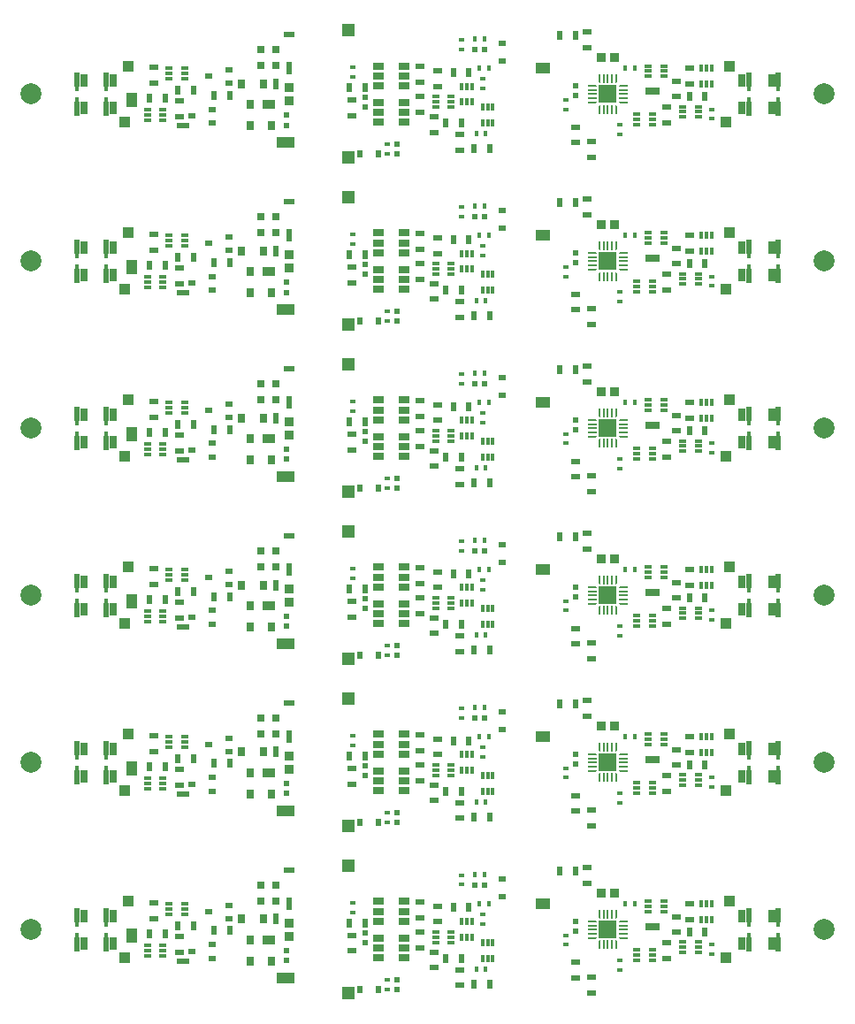
<source format=gts>
G04 #@! TF.GenerationSoftware,KiCad,Pcbnew,7.0.11*
G04 #@! TF.CreationDate,2024-06-06T00:44:59+09:00*
G04 #@! TF.ProjectId,motordecoder2-K3057,6d6f746f-7264-4656-936f-646572322d4b,rev?*
G04 #@! TF.SameCoordinates,Original*
G04 #@! TF.FileFunction,Soldermask,Top*
G04 #@! TF.FilePolarity,Negative*
%FSLAX46Y46*%
G04 Gerber Fmt 4.6, Leading zero omitted, Abs format (unit mm)*
G04 Created by KiCad (PCBNEW 7.0.11) date 2024-06-06 00:44:59*
%MOMM*%
%LPD*%
G01*
G04 APERTURE LIST*
G04 Aperture macros list*
%AMRoundRect*
0 Rectangle with rounded corners*
0 $1 Rounding radius*
0 $2 $3 $4 $5 $6 $7 $8 $9 X,Y pos of 4 corners*
0 Add a 4 corners polygon primitive as box body*
4,1,4,$2,$3,$4,$5,$6,$7,$8,$9,$2,$3,0*
0 Add four circle primitives for the rounded corners*
1,1,$1+$1,$2,$3*
1,1,$1+$1,$4,$5*
1,1,$1+$1,$6,$7*
1,1,$1+$1,$8,$9*
0 Add four rect primitives between the rounded corners*
20,1,$1+$1,$2,$3,$4,$5,0*
20,1,$1+$1,$4,$5,$6,$7,0*
20,1,$1+$1,$6,$7,$8,$9,0*
20,1,$1+$1,$8,$9,$2,$3,0*%
%AMFreePoly0*
4,1,14,0.334644,0.085355,0.385355,0.034644,0.400000,-0.000711,0.400000,-0.050000,0.385355,-0.085355,0.350000,-0.100000,-0.350000,-0.100000,-0.385355,-0.085355,-0.400000,-0.050000,-0.400000,0.050000,-0.385355,0.085355,-0.350000,0.100000,0.299289,0.100000,0.334644,0.085355,0.334644,0.085355,$1*%
%AMFreePoly1*
4,1,14,0.385355,0.085355,0.400000,0.050000,0.400000,0.000711,0.385355,-0.034644,0.334644,-0.085355,0.299289,-0.100000,-0.350000,-0.100000,-0.385355,-0.085355,-0.400000,-0.050000,-0.400000,0.050000,-0.385355,0.085355,-0.350000,0.100000,0.350000,0.100000,0.385355,0.085355,0.385355,0.085355,$1*%
%AMFreePoly2*
4,1,14,0.085355,0.385355,0.100000,0.350000,0.100000,-0.350000,0.085355,-0.385355,0.050000,-0.400000,-0.050000,-0.400000,-0.085355,-0.385355,-0.100000,-0.350000,-0.100000,0.299289,-0.085355,0.334644,-0.034644,0.385355,0.000711,0.400000,0.050000,0.400000,0.085355,0.385355,0.085355,0.385355,$1*%
%AMFreePoly3*
4,1,14,0.034644,0.385355,0.085355,0.334644,0.100000,0.299289,0.100000,-0.350000,0.085355,-0.385355,0.050000,-0.400000,-0.050000,-0.400000,-0.085355,-0.385355,-0.100000,-0.350000,-0.100000,0.350000,-0.085355,0.385355,-0.050000,0.400000,-0.000711,0.400000,0.034644,0.385355,0.034644,0.385355,$1*%
%AMFreePoly4*
4,1,14,0.385355,0.085355,0.400000,0.050000,0.400000,-0.050000,0.385355,-0.085355,0.350000,-0.100000,-0.299289,-0.100000,-0.334644,-0.085355,-0.385355,-0.034644,-0.400000,0.000711,-0.400000,0.050000,-0.385355,0.085355,-0.350000,0.100000,0.350000,0.100000,0.385355,0.085355,0.385355,0.085355,$1*%
%AMFreePoly5*
4,1,14,0.385355,0.085355,0.400000,0.050000,0.400000,-0.050000,0.385355,-0.085355,0.350000,-0.100000,-0.350000,-0.100000,-0.385355,-0.085355,-0.400000,-0.050000,-0.400000,-0.000711,-0.385355,0.034644,-0.334644,0.085355,-0.299289,0.100000,0.350000,0.100000,0.385355,0.085355,0.385355,0.085355,$1*%
%AMFreePoly6*
4,1,14,0.085355,0.385355,0.100000,0.350000,0.100000,-0.299289,0.085355,-0.334644,0.034644,-0.385355,-0.000711,-0.400000,-0.050000,-0.400000,-0.085355,-0.385355,-0.100000,-0.350000,-0.100000,0.350000,-0.085355,0.385355,-0.050000,0.400000,0.050000,0.400000,0.085355,0.385355,0.085355,0.385355,$1*%
%AMFreePoly7*
4,1,14,0.085355,0.385355,0.100000,0.350000,0.100000,-0.350000,0.085355,-0.385355,0.050000,-0.400000,0.000711,-0.400000,-0.034644,-0.385355,-0.085355,-0.334644,-0.100000,-0.299289,-0.100000,0.350000,-0.085355,0.385355,-0.050000,0.400000,0.050000,0.400000,0.085355,0.385355,0.085355,0.385355,$1*%
G04 Aperture macros list end*
%ADD10C,0.100000*%
%ADD11R,0.500000X0.550000*%
%ADD12R,0.800000X0.800000*%
%ADD13R,0.550000X0.500000*%
%ADD14R,1.200000X0.900000*%
%ADD15R,0.800000X0.900000*%
%ADD16R,1.000000X1.000000*%
%ADD17R,1.800000X1.000000*%
%ADD18R,0.600000X1.000000*%
%ADD19R,0.950000X0.950000*%
%ADD20R,1.000000X0.600000*%
%ADD21R,0.500000X1.200000*%
%ADD22R,1.000000X0.700000*%
%ADD23R,0.300000X0.700000*%
%ADD24R,0.700000X0.300000*%
%ADD25R,0.900000X0.500000*%
%ADD26R,0.500000X0.900000*%
%ADD27R,0.600000X0.400000*%
%ADD28R,0.400000X0.600000*%
%ADD29FreePoly0,0.000000*%
%ADD30RoundRect,0.050000X-0.350000X-0.050000X0.350000X-0.050000X0.350000X0.050000X-0.350000X0.050000X0*%
%ADD31FreePoly1,0.000000*%
%ADD32FreePoly2,0.000000*%
%ADD33RoundRect,0.050000X-0.050000X-0.350000X0.050000X-0.350000X0.050000X0.350000X-0.050000X0.350000X0*%
%ADD34FreePoly3,0.000000*%
%ADD35FreePoly4,0.000000*%
%ADD36FreePoly5,0.000000*%
%ADD37FreePoly6,0.000000*%
%ADD38FreePoly7,0.000000*%
%ADD39R,1.700000X1.700000*%
%ADD40R,0.800000X0.600000*%
%ADD41R,0.600000X0.700000*%
%ADD42R,0.700000X0.800000*%
%ADD43R,0.800000X0.500000*%
%ADD44R,1.400000X1.000000*%
%ADD45R,1.000000X1.400000*%
%ADD46R,0.500000X1.450000*%
%ADD47R,0.750000X1.300000*%
%ADD48R,0.300000X0.500000*%
%ADD49R,1.200000X0.500000*%
%ADD50R,0.600000X0.800000*%
%ADD51C,2.000000*%
%ADD52R,1.200000X1.200000*%
G04 APERTURE END LIST*
D10*
X150600000Y-42000000D02*
X149400000Y-42000000D01*
X149400000Y-41400000D01*
X150600000Y-41400000D01*
X150600000Y-42000000D01*
G36*
X150600000Y-42000000D02*
G01*
X149400000Y-42000000D01*
X149400000Y-41400000D01*
X150600000Y-41400000D01*
X150600000Y-42000000D01*
G37*
X150600000Y-106000000D02*
X149400000Y-106000000D01*
X149400000Y-105400000D01*
X150600000Y-105400000D01*
X150600000Y-106000000D01*
G36*
X150600000Y-106000000D02*
G01*
X149400000Y-106000000D01*
X149400000Y-105400000D01*
X150600000Y-105400000D01*
X150600000Y-106000000D01*
G37*
X150600000Y-90000000D02*
X149400000Y-90000000D01*
X149400000Y-89400000D01*
X150600000Y-89400000D01*
X150600000Y-90000000D01*
G36*
X150600000Y-90000000D02*
G01*
X149400000Y-90000000D01*
X149400000Y-89400000D01*
X150600000Y-89400000D01*
X150600000Y-90000000D01*
G37*
X150600000Y-122000000D02*
X149400000Y-122000000D01*
X149400000Y-121400000D01*
X150600000Y-121400000D01*
X150600000Y-122000000D01*
G36*
X150600000Y-122000000D02*
G01*
X149400000Y-122000000D01*
X149400000Y-121400000D01*
X150600000Y-121400000D01*
X150600000Y-122000000D01*
G37*
X150600000Y-74000000D02*
X149400000Y-74000000D01*
X149400000Y-73400000D01*
X150600000Y-73400000D01*
X150600000Y-74000000D01*
G36*
X150600000Y-74000000D02*
G01*
X149400000Y-74000000D01*
X149400000Y-73400000D01*
X150600000Y-73400000D01*
X150600000Y-74000000D01*
G37*
X150600000Y-58000000D02*
X149400000Y-58000000D01*
X149400000Y-57400000D01*
X150600000Y-57400000D01*
X150600000Y-58000000D01*
G36*
X150600000Y-58000000D02*
G01*
X149400000Y-58000000D01*
X149400000Y-57400000D01*
X150600000Y-57400000D01*
X150600000Y-58000000D01*
G37*
D11*
X115000000Y-44975000D03*
X115000000Y-44025000D03*
D12*
X114000000Y-37725000D03*
X114000000Y-39275000D03*
D11*
X142650000Y-42125000D03*
X142650000Y-41175000D03*
X122500000Y-42275000D03*
X122500000Y-43225000D03*
D13*
X133975000Y-37750000D03*
X133025000Y-37750000D03*
D11*
X125600000Y-47725000D03*
X125600000Y-46775000D03*
D14*
X113300000Y-43000000D03*
D15*
X111500000Y-43000000D03*
X111500000Y-45000000D03*
X113500000Y-45000000D03*
X110700000Y-41000000D03*
X112800000Y-41000000D03*
D16*
X157100000Y-44700000D03*
X157400000Y-39300000D03*
D17*
X114900000Y-46600000D03*
D18*
X114000000Y-41000000D03*
D19*
X145165000Y-38500000D03*
X146435000Y-38500000D03*
D20*
X115200000Y-36300000D03*
D21*
X115200000Y-39500000D03*
D22*
X126200000Y-41200000D03*
X126200000Y-40250000D03*
X126200000Y-39300000D03*
X123800000Y-39300000D03*
X123800000Y-40250000D03*
X123800000Y-41200000D03*
X126200000Y-44700000D03*
X126200000Y-43750000D03*
X126200000Y-42800000D03*
X123800000Y-42800000D03*
X123800000Y-43750000D03*
X123800000Y-44700000D03*
D23*
X154700000Y-41050000D03*
X155200000Y-41050000D03*
X155700000Y-41050000D03*
X155700000Y-39550000D03*
X155200000Y-39550000D03*
X154700000Y-39550000D03*
D24*
X152950000Y-43200000D03*
X152950000Y-43700000D03*
X152950000Y-44200000D03*
X154450000Y-44200000D03*
X154450000Y-43700000D03*
X154450000Y-43200000D03*
X103750000Y-39500000D03*
X103750000Y-40000000D03*
X103750000Y-40500000D03*
X105250000Y-40500000D03*
X105250000Y-40000000D03*
X105250000Y-39500000D03*
X103150000Y-44500000D03*
X103150000Y-44000000D03*
X103150000Y-43500000D03*
X101650000Y-43500000D03*
X101650000Y-44000000D03*
X101650000Y-44500000D03*
X149650000Y-39300000D03*
X149650000Y-39800000D03*
X149650000Y-40300000D03*
X151150000Y-40300000D03*
X151150000Y-39800000D03*
X151150000Y-39300000D03*
D23*
X131750000Y-42750000D03*
X132250000Y-42750000D03*
X132750000Y-42750000D03*
X132750000Y-41250000D03*
X132250000Y-41250000D03*
X131750000Y-41250000D03*
X134750000Y-43250000D03*
X134250000Y-43250000D03*
X133750000Y-43250000D03*
X133750000Y-44750000D03*
X134250000Y-44750000D03*
X134750000Y-44750000D03*
D25*
X143800000Y-36050000D03*
X143800000Y-37550000D03*
X144200000Y-48050000D03*
X144200000Y-46550000D03*
X127750000Y-40850000D03*
X127750000Y-39350000D03*
X127750000Y-43750000D03*
X127750000Y-42250000D03*
D26*
X131750000Y-44750000D03*
X130250000Y-44750000D03*
D25*
X131600000Y-47350000D03*
X131600000Y-45850000D03*
D27*
X141750000Y-42550000D03*
X141750000Y-43450000D03*
D26*
X108050000Y-42100000D03*
X109550000Y-42100000D03*
D25*
X153600000Y-39550000D03*
X153600000Y-41050000D03*
D27*
X155700000Y-43450000D03*
X155700000Y-44350000D03*
D25*
X102300000Y-39450000D03*
X102300000Y-40950000D03*
X151400000Y-44750000D03*
X151400000Y-43250000D03*
D27*
X146900000Y-44950000D03*
X146900000Y-45850000D03*
D25*
X104700000Y-44150000D03*
X104700000Y-42650000D03*
D28*
X148350000Y-39500000D03*
X147450000Y-39500000D03*
D26*
X106050000Y-41600000D03*
X104550000Y-41600000D03*
D27*
X133800000Y-41450000D03*
X133800000Y-40550000D03*
D28*
X133950000Y-36750000D03*
X133050000Y-36750000D03*
D27*
X131750000Y-37700000D03*
X131750000Y-36800000D03*
D28*
X134350000Y-39500000D03*
X133450000Y-39500000D03*
D26*
X132950000Y-47200000D03*
X134450000Y-47200000D03*
D28*
X134050000Y-45750000D03*
X133150000Y-45750000D03*
D29*
X144300000Y-41200000D03*
D30*
X144300000Y-41600000D03*
X144300000Y-42000000D03*
X144300000Y-42400000D03*
D31*
X144300000Y-42800000D03*
D32*
X144950000Y-43450000D03*
D33*
X145350000Y-43450000D03*
X145750000Y-43450000D03*
X146150000Y-43450000D03*
D34*
X146550000Y-43450000D03*
D35*
X147200000Y-42800000D03*
D30*
X147200000Y-42400000D03*
X147200000Y-42000000D03*
X147200000Y-41600000D03*
D36*
X147200000Y-41200000D03*
D37*
X146550000Y-40550000D03*
D33*
X146150000Y-40550000D03*
X145750000Y-40550000D03*
X145350000Y-40550000D03*
D38*
X144950000Y-40550000D03*
D39*
X145750000Y-42000000D03*
D24*
X129250000Y-42250000D03*
X129250000Y-42750000D03*
X129250000Y-43250000D03*
X130750000Y-43250000D03*
X130750000Y-42750000D03*
X130750000Y-42250000D03*
D25*
X129100000Y-44150000D03*
X129100000Y-45650000D03*
D26*
X121000000Y-41400000D03*
X122500000Y-41400000D03*
D25*
X121250000Y-42550000D03*
X121250000Y-44050000D03*
D26*
X132450000Y-39900000D03*
X130950000Y-39900000D03*
D25*
X129500000Y-41250000D03*
X129500000Y-39750000D03*
D27*
X124600000Y-47700000D03*
X124600000Y-46800000D03*
D40*
X135600000Y-38850000D03*
X135600000Y-37150000D03*
D26*
X155050000Y-42200000D03*
X153550000Y-42200000D03*
D16*
X99800000Y-39300000D03*
D25*
X152300000Y-40750000D03*
X152300000Y-42250000D03*
D24*
X150050000Y-44900000D03*
X150050000Y-44400000D03*
X150050000Y-43900000D03*
X148550000Y-43900000D03*
X148550000Y-44400000D03*
X148550000Y-44900000D03*
D41*
X149600000Y-41700000D03*
X150400000Y-41700000D03*
D26*
X101850000Y-42400000D03*
X103350000Y-42400000D03*
D16*
X99500000Y-44700000D03*
D42*
X112500000Y-37725000D03*
X112500000Y-39275000D03*
D43*
X109450000Y-40950000D03*
X109450000Y-39650000D03*
X107550000Y-40300000D03*
D27*
X121300000Y-40350000D03*
X121300000Y-39450000D03*
D26*
X142650000Y-36400000D03*
X141150000Y-36400000D03*
D25*
X142700000Y-45150000D03*
X142700000Y-46650000D03*
D44*
X139500000Y-39500000D03*
D45*
X100200000Y-42600000D03*
D46*
X97750000Y-40625000D03*
D47*
X98375000Y-40700000D03*
D48*
X97750000Y-41450000D03*
X97750000Y-42550000D03*
D47*
X98375000Y-43300000D03*
D46*
X97750000Y-43375000D03*
X159250000Y-43375000D03*
D47*
X158625000Y-43300000D03*
D48*
X159250000Y-42550000D03*
X159250000Y-41450000D03*
D47*
X158625000Y-40700000D03*
D46*
X159250000Y-40625000D03*
X162050000Y-43375000D03*
D47*
X161425000Y-43300000D03*
D48*
X162050000Y-42550000D03*
X162050000Y-41450000D03*
D47*
X161425000Y-40700000D03*
D46*
X162050000Y-40625000D03*
X94950000Y-40625000D03*
D47*
X95575000Y-40700000D03*
D48*
X94950000Y-41450000D03*
X94950000Y-42550000D03*
D47*
X95575000Y-43300000D03*
D46*
X94950000Y-43375000D03*
D49*
X105100000Y-45000000D03*
D50*
X123750000Y-47750000D03*
X122050000Y-47750000D03*
D43*
X107850000Y-44750000D03*
X107850000Y-43450000D03*
X105950000Y-44100000D03*
D25*
X153600000Y-103550000D03*
X153600000Y-105050000D03*
D28*
X134050000Y-125750000D03*
X133150000Y-125750000D03*
D42*
X112500000Y-85725000D03*
X112500000Y-87275000D03*
D27*
X131750000Y-69700000D03*
X131750000Y-68800000D03*
D25*
X104700000Y-124150000D03*
X104700000Y-122650000D03*
D43*
X109450000Y-72950000D03*
X109450000Y-71650000D03*
X107550000Y-72300000D03*
D11*
X115000000Y-76975000D03*
X115000000Y-76025000D03*
D25*
X102300000Y-87450000D03*
X102300000Y-88950000D03*
D22*
X126200000Y-89200000D03*
X126200000Y-88250000D03*
X126200000Y-87300000D03*
X123800000Y-87300000D03*
X123800000Y-88250000D03*
X123800000Y-89200000D03*
D26*
X155050000Y-90200000D03*
X153550000Y-90200000D03*
D11*
X122500000Y-106275000D03*
X122500000Y-107225000D03*
D16*
X157400000Y-55300000D03*
D27*
X121300000Y-88350000D03*
X121300000Y-87450000D03*
D11*
X115000000Y-60975000D03*
X115000000Y-60025000D03*
D22*
X126200000Y-108700000D03*
X126200000Y-107750000D03*
X126200000Y-106800000D03*
X123800000Y-106800000D03*
X123800000Y-107750000D03*
X123800000Y-108700000D03*
D41*
X149600000Y-105700000D03*
X150400000Y-105700000D03*
D51*
X166500000Y-58000000D03*
D50*
X123750000Y-63750000D03*
X122050000Y-63750000D03*
D25*
X143800000Y-116050000D03*
X143800000Y-117550000D03*
D52*
X120900000Y-128100000D03*
D25*
X152300000Y-72750000D03*
X152300000Y-74250000D03*
D27*
X131750000Y-117700000D03*
X131750000Y-116800000D03*
X121300000Y-104350000D03*
X121300000Y-103450000D03*
D51*
X166500000Y-106000000D03*
D26*
X131750000Y-92750000D03*
X130250000Y-92750000D03*
D49*
X105100000Y-93000000D03*
D23*
X131750000Y-58750000D03*
X132250000Y-58750000D03*
X132750000Y-58750000D03*
X132750000Y-57250000D03*
X132250000Y-57250000D03*
X131750000Y-57250000D03*
D25*
X129500000Y-73250000D03*
X129500000Y-71750000D03*
D50*
X123750000Y-79750000D03*
X122050000Y-79750000D03*
D46*
X159250000Y-59375000D03*
D47*
X158625000Y-59300000D03*
D48*
X159250000Y-58550000D03*
X159250000Y-57450000D03*
D47*
X158625000Y-56700000D03*
D46*
X159250000Y-56625000D03*
D24*
X129250000Y-90250000D03*
X129250000Y-90750000D03*
X129250000Y-91250000D03*
X130750000Y-91250000D03*
X130750000Y-90750000D03*
X130750000Y-90250000D03*
D50*
X123750000Y-127750000D03*
X122050000Y-127750000D03*
D46*
X94950000Y-88625000D03*
D47*
X95575000Y-88700000D03*
D48*
X94950000Y-89450000D03*
X94950000Y-90550000D03*
D47*
X95575000Y-91300000D03*
D46*
X94950000Y-91375000D03*
D25*
X129500000Y-89250000D03*
X129500000Y-87750000D03*
D29*
X144300000Y-73200000D03*
D30*
X144300000Y-73600000D03*
X144300000Y-74000000D03*
X144300000Y-74400000D03*
D31*
X144300000Y-74800000D03*
D32*
X144950000Y-75450000D03*
D33*
X145350000Y-75450000D03*
X145750000Y-75450000D03*
X146150000Y-75450000D03*
D34*
X146550000Y-75450000D03*
D35*
X147200000Y-74800000D03*
D30*
X147200000Y-74400000D03*
X147200000Y-74000000D03*
X147200000Y-73600000D03*
D36*
X147200000Y-73200000D03*
D37*
X146550000Y-72550000D03*
D33*
X146150000Y-72550000D03*
X145750000Y-72550000D03*
X145350000Y-72550000D03*
D38*
X144950000Y-72550000D03*
D39*
X145750000Y-74000000D03*
D25*
X142700000Y-125150000D03*
X142700000Y-126650000D03*
D24*
X129250000Y-106250000D03*
X129250000Y-106750000D03*
X129250000Y-107250000D03*
X130750000Y-107250000D03*
X130750000Y-106750000D03*
X130750000Y-106250000D03*
D25*
X152300000Y-104750000D03*
X152300000Y-106250000D03*
X121250000Y-122550000D03*
X121250000Y-124050000D03*
D26*
X108050000Y-58100000D03*
X109550000Y-58100000D03*
D16*
X99500000Y-76700000D03*
D24*
X152950000Y-91200000D03*
X152950000Y-91700000D03*
X152950000Y-92200000D03*
X154450000Y-92200000D03*
X154450000Y-91700000D03*
X154450000Y-91200000D03*
D26*
X101850000Y-122400000D03*
X103350000Y-122400000D03*
D11*
X142650000Y-90125000D03*
X142650000Y-89175000D03*
D29*
X144300000Y-105200000D03*
D30*
X144300000Y-105600000D03*
X144300000Y-106000000D03*
X144300000Y-106400000D03*
D31*
X144300000Y-106800000D03*
D32*
X144950000Y-107450000D03*
D33*
X145350000Y-107450000D03*
X145750000Y-107450000D03*
X146150000Y-107450000D03*
D34*
X146550000Y-107450000D03*
D35*
X147200000Y-106800000D03*
D30*
X147200000Y-106400000D03*
X147200000Y-106000000D03*
X147200000Y-105600000D03*
D36*
X147200000Y-105200000D03*
D37*
X146550000Y-104550000D03*
D33*
X146150000Y-104550000D03*
X145750000Y-104550000D03*
X145350000Y-104550000D03*
D38*
X144950000Y-104550000D03*
D39*
X145750000Y-106000000D03*
D25*
X127750000Y-56850000D03*
X127750000Y-55350000D03*
D24*
X103150000Y-60500000D03*
X103150000Y-60000000D03*
X103150000Y-59500000D03*
X101650000Y-59500000D03*
X101650000Y-60000000D03*
X101650000Y-60500000D03*
X103750000Y-55500000D03*
X103750000Y-56000000D03*
X103750000Y-56500000D03*
X105250000Y-56500000D03*
X105250000Y-56000000D03*
X105250000Y-55500000D03*
D28*
X133950000Y-52750000D03*
X133050000Y-52750000D03*
D26*
X142650000Y-116400000D03*
X141150000Y-116400000D03*
D21*
X115200000Y-71500000D03*
D19*
X145165000Y-102500000D03*
X146435000Y-102500000D03*
X145165000Y-86500000D03*
X146435000Y-86500000D03*
D28*
X133950000Y-68750000D03*
X133050000Y-68750000D03*
X134050000Y-77750000D03*
X133150000Y-77750000D03*
D26*
X108050000Y-74100000D03*
X109550000Y-74100000D03*
D49*
X105100000Y-77000000D03*
D27*
X133800000Y-89450000D03*
X133800000Y-88550000D03*
D13*
X133975000Y-69750000D03*
X133025000Y-69750000D03*
D20*
X115200000Y-116300000D03*
D45*
X100200000Y-106600000D03*
D15*
X110700000Y-57000000D03*
X112800000Y-57000000D03*
D16*
X99500000Y-124700000D03*
D15*
X110700000Y-121000000D03*
X112800000Y-121000000D03*
D16*
X157100000Y-92700000D03*
D41*
X149600000Y-89700000D03*
X150400000Y-89700000D03*
D24*
X152950000Y-123200000D03*
X152950000Y-123700000D03*
X152950000Y-124200000D03*
X154450000Y-124200000D03*
X154450000Y-123700000D03*
X154450000Y-123200000D03*
D51*
X90500000Y-106000000D03*
D49*
X105100000Y-61000000D03*
D16*
X157400000Y-119300000D03*
D24*
X129250000Y-122250000D03*
X129250000Y-122750000D03*
X129250000Y-123250000D03*
X130750000Y-123250000D03*
X130750000Y-122750000D03*
X130750000Y-122250000D03*
D28*
X134350000Y-87500000D03*
X133450000Y-87500000D03*
D24*
X129250000Y-58250000D03*
X129250000Y-58750000D03*
X129250000Y-59250000D03*
X130750000Y-59250000D03*
X130750000Y-58750000D03*
X130750000Y-58250000D03*
D11*
X125600000Y-63725000D03*
X125600000Y-62775000D03*
D16*
X99500000Y-60700000D03*
D26*
X106050000Y-89600000D03*
X104550000Y-89600000D03*
X131750000Y-76750000D03*
X130250000Y-76750000D03*
D25*
X153600000Y-119550000D03*
X153600000Y-121050000D03*
D24*
X103750000Y-103500000D03*
X103750000Y-104000000D03*
X103750000Y-104500000D03*
X105250000Y-104500000D03*
X105250000Y-104000000D03*
X105250000Y-103500000D03*
X150050000Y-108900000D03*
X150050000Y-108400000D03*
X150050000Y-107900000D03*
X148550000Y-107900000D03*
X148550000Y-108400000D03*
X148550000Y-108900000D03*
D25*
X131600000Y-79350000D03*
X131600000Y-77850000D03*
D27*
X133800000Y-73450000D03*
X133800000Y-72550000D03*
D25*
X142700000Y-61150000D03*
X142700000Y-62650000D03*
D23*
X131750000Y-106750000D03*
X132250000Y-106750000D03*
X132750000Y-106750000D03*
X132750000Y-105250000D03*
X132250000Y-105250000D03*
X131750000Y-105250000D03*
D16*
X99800000Y-119300000D03*
D44*
X139500000Y-71500000D03*
D46*
X162050000Y-107375000D03*
D47*
X161425000Y-107300000D03*
D48*
X162050000Y-106550000D03*
X162050000Y-105450000D03*
D47*
X161425000Y-104700000D03*
D46*
X162050000Y-104625000D03*
D51*
X90500000Y-74000000D03*
D27*
X155700000Y-75450000D03*
X155700000Y-76350000D03*
D46*
X159250000Y-91375000D03*
D47*
X158625000Y-91300000D03*
D48*
X159250000Y-90550000D03*
X159250000Y-89450000D03*
D47*
X158625000Y-88700000D03*
D46*
X159250000Y-88625000D03*
D25*
X152300000Y-120750000D03*
X152300000Y-122250000D03*
D46*
X159250000Y-123375000D03*
D47*
X158625000Y-123300000D03*
D48*
X159250000Y-122550000D03*
X159250000Y-121450000D03*
D47*
X158625000Y-120700000D03*
D46*
X159250000Y-120625000D03*
D26*
X101850000Y-58400000D03*
X103350000Y-58400000D03*
D51*
X166500000Y-122000000D03*
D28*
X134350000Y-119500000D03*
X133450000Y-119500000D03*
D14*
X113300000Y-59000000D03*
D15*
X111500000Y-59000000D03*
X111500000Y-61000000D03*
X113500000Y-61000000D03*
D46*
X159250000Y-75375000D03*
D47*
X158625000Y-75300000D03*
D48*
X159250000Y-74550000D03*
X159250000Y-73450000D03*
D47*
X158625000Y-72700000D03*
D46*
X159250000Y-72625000D03*
D16*
X157100000Y-108700000D03*
D27*
X155700000Y-123450000D03*
X155700000Y-124350000D03*
D24*
X103150000Y-76500000D03*
X103150000Y-76000000D03*
X103150000Y-75500000D03*
X101650000Y-75500000D03*
X101650000Y-76000000D03*
X101650000Y-76500000D03*
D27*
X124600000Y-111700000D03*
X124600000Y-110800000D03*
X146900000Y-108950000D03*
X146900000Y-109850000D03*
D11*
X125600000Y-95725000D03*
X125600000Y-94775000D03*
D25*
X129100000Y-76150000D03*
X129100000Y-77650000D03*
D23*
X131750000Y-74750000D03*
X132250000Y-74750000D03*
X132750000Y-74750000D03*
X132750000Y-73250000D03*
X132250000Y-73250000D03*
X131750000Y-73250000D03*
D24*
X149650000Y-119300000D03*
X149650000Y-119800000D03*
X149650000Y-120300000D03*
X151150000Y-120300000D03*
X151150000Y-119800000D03*
X151150000Y-119300000D03*
D51*
X90500000Y-90000000D03*
D22*
X126200000Y-57200000D03*
X126200000Y-56250000D03*
X126200000Y-55300000D03*
X123800000Y-55300000D03*
X123800000Y-56250000D03*
X123800000Y-57200000D03*
D26*
X132450000Y-119900000D03*
X130950000Y-119900000D03*
D28*
X133950000Y-84750000D03*
X133050000Y-84750000D03*
D25*
X129500000Y-57250000D03*
X129500000Y-55750000D03*
D26*
X101850000Y-90400000D03*
X103350000Y-90400000D03*
D22*
X126200000Y-60700000D03*
X126200000Y-59750000D03*
X126200000Y-58800000D03*
X123800000Y-58800000D03*
X123800000Y-59750000D03*
X123800000Y-60700000D03*
D51*
X90500000Y-122000000D03*
D28*
X133950000Y-116750000D03*
X133050000Y-116750000D03*
D27*
X141750000Y-106550000D03*
X141750000Y-107450000D03*
D25*
X144200000Y-80050000D03*
X144200000Y-78550000D03*
X127750000Y-88850000D03*
X127750000Y-87350000D03*
D40*
X135600000Y-86850000D03*
X135600000Y-85150000D03*
D27*
X124600000Y-63700000D03*
X124600000Y-62800000D03*
D18*
X114000000Y-57000000D03*
D25*
X142700000Y-93150000D03*
X142700000Y-94650000D03*
D26*
X121000000Y-73400000D03*
X122500000Y-73400000D03*
D25*
X102300000Y-103450000D03*
X102300000Y-104950000D03*
D29*
X144300000Y-121200000D03*
D30*
X144300000Y-121600000D03*
X144300000Y-122000000D03*
X144300000Y-122400000D03*
D31*
X144300000Y-122800000D03*
D32*
X144950000Y-123450000D03*
D33*
X145350000Y-123450000D03*
X145750000Y-123450000D03*
X146150000Y-123450000D03*
D34*
X146550000Y-123450000D03*
D35*
X147200000Y-122800000D03*
D30*
X147200000Y-122400000D03*
X147200000Y-122000000D03*
X147200000Y-121600000D03*
D36*
X147200000Y-121200000D03*
D37*
X146550000Y-120550000D03*
D33*
X146150000Y-120550000D03*
X145750000Y-120550000D03*
X145350000Y-120550000D03*
D38*
X144950000Y-120550000D03*
D39*
X145750000Y-122000000D03*
D26*
X121000000Y-57400000D03*
X122500000Y-57400000D03*
D25*
X104700000Y-108150000D03*
X104700000Y-106650000D03*
D43*
X107850000Y-124750000D03*
X107850000Y-123450000D03*
X105950000Y-124100000D03*
D24*
X103750000Y-119500000D03*
X103750000Y-120000000D03*
X103750000Y-120500000D03*
X105250000Y-120500000D03*
X105250000Y-120000000D03*
X105250000Y-119500000D03*
D26*
X142650000Y-84400000D03*
X141150000Y-84400000D03*
D27*
X121300000Y-120350000D03*
X121300000Y-119450000D03*
D12*
X114000000Y-53725000D03*
X114000000Y-55275000D03*
D27*
X124600000Y-95700000D03*
X124600000Y-94800000D03*
D19*
X115200000Y-105365000D03*
X115200000Y-106635000D03*
D24*
X152950000Y-75200000D03*
X152950000Y-75700000D03*
X152950000Y-76200000D03*
X154450000Y-76200000D03*
X154450000Y-75700000D03*
X154450000Y-75200000D03*
D11*
X122500000Y-58275000D03*
X122500000Y-59225000D03*
D12*
X114000000Y-85725000D03*
X114000000Y-87275000D03*
D45*
X100200000Y-90600000D03*
D11*
X122500000Y-90275000D03*
X122500000Y-91225000D03*
D20*
X115200000Y-52300000D03*
D18*
X114000000Y-121000000D03*
D20*
X115200000Y-100300000D03*
D16*
X157100000Y-76700000D03*
D26*
X121000000Y-89400000D03*
X122500000Y-89400000D03*
D46*
X97750000Y-120625000D03*
D47*
X98375000Y-120700000D03*
D48*
X97750000Y-121450000D03*
X97750000Y-122550000D03*
D47*
X98375000Y-123300000D03*
D46*
X97750000Y-123375000D03*
D40*
X135600000Y-102850000D03*
X135600000Y-101150000D03*
D16*
X157100000Y-124700000D03*
X157400000Y-87300000D03*
D25*
X131600000Y-111350000D03*
X131600000Y-109850000D03*
D26*
X155050000Y-106200000D03*
X153550000Y-106200000D03*
D20*
X115200000Y-84300000D03*
D19*
X115200000Y-121365000D03*
X115200000Y-122635000D03*
D26*
X101850000Y-106400000D03*
X103350000Y-106400000D03*
D25*
X144200000Y-64050000D03*
X144200000Y-62550000D03*
D11*
X115000000Y-124975000D03*
X115000000Y-124025000D03*
D26*
X142650000Y-52400000D03*
X141150000Y-52400000D03*
D25*
X127750000Y-107750000D03*
X127750000Y-106250000D03*
D26*
X132950000Y-79200000D03*
X134450000Y-79200000D03*
D25*
X102300000Y-71450000D03*
X102300000Y-72950000D03*
D22*
X126200000Y-121200000D03*
X126200000Y-120250000D03*
X126200000Y-119300000D03*
X123800000Y-119300000D03*
X123800000Y-120250000D03*
X123800000Y-121200000D03*
D25*
X127750000Y-91750000D03*
X127750000Y-90250000D03*
D52*
X120900000Y-80100000D03*
D27*
X131750000Y-53700000D03*
X131750000Y-52800000D03*
D28*
X134350000Y-103500000D03*
X133450000Y-103500000D03*
X134050000Y-93750000D03*
X133150000Y-93750000D03*
D14*
X113300000Y-107000000D03*
D15*
X111500000Y-107000000D03*
X111500000Y-109000000D03*
X113500000Y-109000000D03*
D11*
X142650000Y-74125000D03*
X142650000Y-73175000D03*
D46*
X97750000Y-88625000D03*
D47*
X98375000Y-88700000D03*
D48*
X97750000Y-89450000D03*
X97750000Y-90550000D03*
D47*
X98375000Y-91300000D03*
D46*
X97750000Y-91375000D03*
D11*
X142650000Y-122125000D03*
X142650000Y-121175000D03*
D12*
X114000000Y-117725000D03*
X114000000Y-119275000D03*
D24*
X103150000Y-108500000D03*
X103150000Y-108000000D03*
X103150000Y-107500000D03*
X101650000Y-107500000D03*
X101650000Y-108000000D03*
X101650000Y-108500000D03*
D26*
X131750000Y-108750000D03*
X130250000Y-108750000D03*
D11*
X122500000Y-122275000D03*
X122500000Y-123225000D03*
D25*
X129100000Y-124150000D03*
X129100000Y-125650000D03*
D27*
X146900000Y-124950000D03*
X146900000Y-125850000D03*
D25*
X131600000Y-127350000D03*
X131600000Y-125850000D03*
D28*
X148350000Y-71500000D03*
X147450000Y-71500000D03*
D20*
X115200000Y-68300000D03*
D51*
X166500000Y-74000000D03*
D16*
X99800000Y-87300000D03*
D25*
X131600000Y-95350000D03*
X131600000Y-93850000D03*
D19*
X115200000Y-73365000D03*
X115200000Y-74635000D03*
D52*
X120900000Y-99900000D03*
D19*
X115200000Y-57365000D03*
X115200000Y-58635000D03*
D26*
X132450000Y-103900000D03*
X130950000Y-103900000D03*
D27*
X131750000Y-101700000D03*
X131750000Y-100800000D03*
D25*
X102300000Y-55450000D03*
X102300000Y-56950000D03*
D26*
X142650000Y-68400000D03*
X141150000Y-68400000D03*
D44*
X139500000Y-55500000D03*
D52*
X120900000Y-115900000D03*
D49*
X105100000Y-125000000D03*
D13*
X133975000Y-85750000D03*
X133025000Y-85750000D03*
D24*
X149650000Y-71300000D03*
X149650000Y-71800000D03*
X149650000Y-72300000D03*
X151150000Y-72300000D03*
X151150000Y-71800000D03*
X151150000Y-71300000D03*
D23*
X134750000Y-75250000D03*
X134250000Y-75250000D03*
X133750000Y-75250000D03*
X133750000Y-76750000D03*
X134250000Y-76750000D03*
X134750000Y-76750000D03*
D11*
X115000000Y-108975000D03*
X115000000Y-108025000D03*
D26*
X155050000Y-74200000D03*
X153550000Y-74200000D03*
D19*
X145165000Y-118500000D03*
X146435000Y-118500000D03*
D27*
X141750000Y-74550000D03*
X141750000Y-75450000D03*
D26*
X131750000Y-124750000D03*
X130250000Y-124750000D03*
D22*
X126200000Y-124700000D03*
X126200000Y-123750000D03*
X126200000Y-122800000D03*
X123800000Y-122800000D03*
X123800000Y-123750000D03*
X123800000Y-124700000D03*
D16*
X99800000Y-55300000D03*
D15*
X110700000Y-89000000D03*
X112800000Y-89000000D03*
D16*
X99800000Y-103300000D03*
D26*
X101850000Y-74400000D03*
X103350000Y-74400000D03*
D24*
X150050000Y-60900000D03*
X150050000Y-60400000D03*
X150050000Y-59900000D03*
X148550000Y-59900000D03*
X148550000Y-60400000D03*
X148550000Y-60900000D03*
D25*
X144200000Y-96050000D03*
X144200000Y-94550000D03*
D26*
X108050000Y-90100000D03*
X109550000Y-90100000D03*
D16*
X99800000Y-71300000D03*
D17*
X114900000Y-110600000D03*
D46*
X162050000Y-123375000D03*
D47*
X161425000Y-123300000D03*
D48*
X162050000Y-122550000D03*
X162050000Y-121450000D03*
D47*
X161425000Y-120700000D03*
D46*
X162050000Y-120625000D03*
D27*
X155700000Y-59450000D03*
X155700000Y-60350000D03*
D24*
X152950000Y-59200000D03*
X152950000Y-59700000D03*
X152950000Y-60200000D03*
X154450000Y-60200000D03*
X154450000Y-59700000D03*
X154450000Y-59200000D03*
D27*
X146900000Y-76950000D03*
X146900000Y-77850000D03*
D17*
X114900000Y-62600000D03*
D44*
X139500000Y-119500000D03*
D46*
X94950000Y-56625000D03*
D47*
X95575000Y-56700000D03*
D48*
X94950000Y-57450000D03*
X94950000Y-58550000D03*
D47*
X95575000Y-59300000D03*
D46*
X94950000Y-59375000D03*
D24*
X149650000Y-103300000D03*
X149650000Y-103800000D03*
X149650000Y-104300000D03*
X151150000Y-104300000D03*
X151150000Y-103800000D03*
X151150000Y-103300000D03*
D26*
X121000000Y-105400000D03*
X122500000Y-105400000D03*
D15*
X110700000Y-105000000D03*
X112800000Y-105000000D03*
D11*
X125600000Y-111725000D03*
X125600000Y-110775000D03*
D43*
X107850000Y-60750000D03*
X107850000Y-59450000D03*
X105950000Y-60100000D03*
D16*
X157400000Y-71300000D03*
D24*
X103750000Y-71500000D03*
X103750000Y-72000000D03*
X103750000Y-72500000D03*
X105250000Y-72500000D03*
X105250000Y-72000000D03*
X105250000Y-71500000D03*
D43*
X107850000Y-108750000D03*
X107850000Y-107450000D03*
X105950000Y-108100000D03*
D52*
X120900000Y-67900000D03*
D27*
X133800000Y-105450000D03*
X133800000Y-104550000D03*
D12*
X114000000Y-101725000D03*
X114000000Y-103275000D03*
D28*
X134050000Y-61750000D03*
X133150000Y-61750000D03*
D26*
X132950000Y-127200000D03*
X134450000Y-127200000D03*
D13*
X133975000Y-101750000D03*
X133025000Y-101750000D03*
D25*
X151400000Y-60750000D03*
X151400000Y-59250000D03*
D26*
X121000000Y-121400000D03*
X122500000Y-121400000D03*
D40*
X135600000Y-118850000D03*
X135600000Y-117150000D03*
D27*
X155700000Y-107450000D03*
X155700000Y-108350000D03*
X131750000Y-85700000D03*
X131750000Y-84800000D03*
D11*
X142650000Y-106125000D03*
X142650000Y-105175000D03*
D25*
X151400000Y-108750000D03*
X151400000Y-107250000D03*
D26*
X108050000Y-106100000D03*
X109550000Y-106100000D03*
D24*
X150050000Y-92900000D03*
X150050000Y-92400000D03*
X150050000Y-91900000D03*
X148550000Y-91900000D03*
X148550000Y-92400000D03*
X148550000Y-92900000D03*
D27*
X133800000Y-121450000D03*
X133800000Y-120550000D03*
D28*
X148350000Y-55500000D03*
X147450000Y-55500000D03*
D21*
X115200000Y-103500000D03*
D52*
X120900000Y-83900000D03*
D19*
X145165000Y-54500000D03*
X146435000Y-54500000D03*
D28*
X134350000Y-55500000D03*
X133450000Y-55500000D03*
D23*
X134750000Y-59250000D03*
X134250000Y-59250000D03*
X133750000Y-59250000D03*
X133750000Y-60750000D03*
X134250000Y-60750000D03*
X134750000Y-60750000D03*
D25*
X121250000Y-58550000D03*
X121250000Y-60050000D03*
D26*
X131750000Y-60750000D03*
X130250000Y-60750000D03*
D25*
X127750000Y-59750000D03*
X127750000Y-58250000D03*
D52*
X120900000Y-64100000D03*
D41*
X149600000Y-121700000D03*
X150400000Y-121700000D03*
D16*
X99500000Y-92700000D03*
D28*
X133950000Y-100750000D03*
X133050000Y-100750000D03*
D45*
X100200000Y-58600000D03*
D26*
X132950000Y-111200000D03*
X134450000Y-111200000D03*
D25*
X142700000Y-77150000D03*
X142700000Y-78650000D03*
D27*
X124600000Y-127700000D03*
X124600000Y-126800000D03*
D18*
X114000000Y-73000000D03*
D26*
X132950000Y-95200000D03*
X134450000Y-95200000D03*
D25*
X121250000Y-90550000D03*
X121250000Y-92050000D03*
X129500000Y-121250000D03*
X129500000Y-119750000D03*
X143800000Y-52050000D03*
X143800000Y-53550000D03*
X129500000Y-105250000D03*
X129500000Y-103750000D03*
D23*
X154700000Y-89050000D03*
X155200000Y-89050000D03*
X155700000Y-89050000D03*
X155700000Y-87550000D03*
X155200000Y-87550000D03*
X154700000Y-87550000D03*
D26*
X132450000Y-55900000D03*
X130950000Y-55900000D03*
D25*
X131600000Y-63350000D03*
X131600000Y-61850000D03*
D26*
X155050000Y-122200000D03*
X153550000Y-122200000D03*
D25*
X152300000Y-56750000D03*
X152300000Y-58250000D03*
X153600000Y-71550000D03*
X153600000Y-73050000D03*
X153600000Y-55550000D03*
X153600000Y-57050000D03*
X151400000Y-124750000D03*
X151400000Y-123250000D03*
D51*
X166500000Y-90000000D03*
D46*
X162050000Y-91375000D03*
D47*
X161425000Y-91300000D03*
D48*
X162050000Y-90550000D03*
X162050000Y-89450000D03*
D47*
X161425000Y-88700000D03*
D46*
X162050000Y-88625000D03*
D16*
X157100000Y-60700000D03*
D27*
X133800000Y-57450000D03*
X133800000Y-56550000D03*
D46*
X162050000Y-59375000D03*
D47*
X161425000Y-59300000D03*
D48*
X162050000Y-58550000D03*
X162050000Y-57450000D03*
D47*
X161425000Y-56700000D03*
D46*
X162050000Y-56625000D03*
D11*
X125600000Y-127725000D03*
X125600000Y-126775000D03*
D43*
X107850000Y-76750000D03*
X107850000Y-75450000D03*
X105950000Y-76100000D03*
D46*
X159250000Y-107375000D03*
D47*
X158625000Y-107300000D03*
D48*
X159250000Y-106550000D03*
X159250000Y-105450000D03*
D47*
X158625000Y-104700000D03*
D46*
X159250000Y-104625000D03*
D16*
X157400000Y-103300000D03*
D24*
X150050000Y-124900000D03*
X150050000Y-124400000D03*
X150050000Y-123900000D03*
X148550000Y-123900000D03*
X148550000Y-124400000D03*
X148550000Y-124900000D03*
D43*
X109450000Y-104950000D03*
X109450000Y-103650000D03*
X107550000Y-104300000D03*
D25*
X121250000Y-106550000D03*
X121250000Y-108050000D03*
D23*
X154700000Y-105050000D03*
X155200000Y-105050000D03*
X155700000Y-105050000D03*
X155700000Y-103550000D03*
X155200000Y-103550000D03*
X154700000Y-103550000D03*
D52*
X120900000Y-48100000D03*
D26*
X132450000Y-87900000D03*
X130950000Y-87900000D03*
D25*
X104700000Y-60150000D03*
X104700000Y-58650000D03*
D51*
X90500000Y-42000000D03*
D40*
X135600000Y-70850000D03*
X135600000Y-69150000D03*
D45*
X100200000Y-74600000D03*
D46*
X97750000Y-72625000D03*
D47*
X98375000Y-72700000D03*
D48*
X97750000Y-73450000D03*
X97750000Y-74550000D03*
D47*
X98375000Y-75300000D03*
D46*
X97750000Y-75375000D03*
D18*
X114000000Y-89000000D03*
D26*
X142650000Y-100400000D03*
X141150000Y-100400000D03*
D46*
X94950000Y-72625000D03*
D47*
X95575000Y-72700000D03*
D48*
X94950000Y-73450000D03*
X94950000Y-74550000D03*
D47*
X95575000Y-75300000D03*
D46*
X94950000Y-75375000D03*
D41*
X149600000Y-73700000D03*
X150400000Y-73700000D03*
D11*
X125600000Y-79725000D03*
X125600000Y-78775000D03*
D41*
X149600000Y-57700000D03*
X150400000Y-57700000D03*
D26*
X108050000Y-122100000D03*
X109550000Y-122100000D03*
D42*
X112500000Y-53725000D03*
X112500000Y-55275000D03*
D28*
X134350000Y-71500000D03*
X133450000Y-71500000D03*
D23*
X131750000Y-122750000D03*
X132250000Y-122750000D03*
X132750000Y-122750000D03*
X132750000Y-121250000D03*
X132250000Y-121250000D03*
X131750000Y-121250000D03*
D42*
X112500000Y-117725000D03*
X112500000Y-119275000D03*
D25*
X127750000Y-75750000D03*
X127750000Y-74250000D03*
D28*
X148350000Y-103500000D03*
X147450000Y-103500000D03*
D52*
X120900000Y-51900000D03*
D24*
X103750000Y-87500000D03*
X103750000Y-88000000D03*
X103750000Y-88500000D03*
X105250000Y-88500000D03*
X105250000Y-88000000D03*
X105250000Y-87500000D03*
D19*
X115200000Y-41365000D03*
X115200000Y-42635000D03*
D40*
X135600000Y-54850000D03*
X135600000Y-53150000D03*
D25*
X151400000Y-92750000D03*
X151400000Y-91250000D03*
D28*
X148350000Y-119500000D03*
X147450000Y-119500000D03*
D29*
X144300000Y-57200000D03*
D30*
X144300000Y-57600000D03*
X144300000Y-58000000D03*
X144300000Y-58400000D03*
D31*
X144300000Y-58800000D03*
D32*
X144950000Y-59450000D03*
D33*
X145350000Y-59450000D03*
X145750000Y-59450000D03*
X146150000Y-59450000D03*
D34*
X146550000Y-59450000D03*
D35*
X147200000Y-58800000D03*
D30*
X147200000Y-58400000D03*
X147200000Y-58000000D03*
X147200000Y-57600000D03*
D36*
X147200000Y-57200000D03*
D37*
X146550000Y-56550000D03*
D33*
X146150000Y-56550000D03*
X145750000Y-56550000D03*
X145350000Y-56550000D03*
D38*
X144950000Y-56550000D03*
D39*
X145750000Y-58000000D03*
D46*
X97750000Y-104625000D03*
D47*
X98375000Y-104700000D03*
D48*
X97750000Y-105450000D03*
X97750000Y-106550000D03*
D47*
X98375000Y-107300000D03*
D46*
X97750000Y-107375000D03*
D25*
X143800000Y-84050000D03*
X143800000Y-85550000D03*
D24*
X129250000Y-74250000D03*
X129250000Y-74750000D03*
X129250000Y-75250000D03*
X130750000Y-75250000D03*
X130750000Y-74750000D03*
X130750000Y-74250000D03*
D25*
X129100000Y-60150000D03*
X129100000Y-61650000D03*
D42*
X112500000Y-69725000D03*
X112500000Y-71275000D03*
D24*
X150050000Y-76900000D03*
X150050000Y-76400000D03*
X150050000Y-75900000D03*
X148550000Y-75900000D03*
X148550000Y-76400000D03*
X148550000Y-76900000D03*
D25*
X104700000Y-92150000D03*
X104700000Y-90650000D03*
D24*
X149650000Y-87300000D03*
X149650000Y-87800000D03*
X149650000Y-88300000D03*
X151150000Y-88300000D03*
X151150000Y-87800000D03*
X151150000Y-87300000D03*
X149650000Y-55300000D03*
X149650000Y-55800000D03*
X149650000Y-56300000D03*
X151150000Y-56300000D03*
X151150000Y-55800000D03*
X151150000Y-55300000D03*
D25*
X102300000Y-119450000D03*
X102300000Y-120950000D03*
D11*
X115000000Y-92975000D03*
X115000000Y-92025000D03*
D26*
X132950000Y-63200000D03*
X134450000Y-63200000D03*
D25*
X127750000Y-120850000D03*
X127750000Y-119350000D03*
D43*
X109450000Y-120950000D03*
X109450000Y-119650000D03*
X107550000Y-120300000D03*
D26*
X106050000Y-73600000D03*
X104550000Y-73600000D03*
X106050000Y-105600000D03*
X104550000Y-105600000D03*
D25*
X143800000Y-68050000D03*
X143800000Y-69550000D03*
X127750000Y-72850000D03*
X127750000Y-71350000D03*
D24*
X152950000Y-107200000D03*
X152950000Y-107700000D03*
X152950000Y-108200000D03*
X154450000Y-108200000D03*
X154450000Y-107700000D03*
X154450000Y-107200000D03*
D52*
X120900000Y-35900000D03*
D44*
X139500000Y-103500000D03*
D46*
X94950000Y-104625000D03*
D47*
X95575000Y-104700000D03*
D48*
X94950000Y-105450000D03*
X94950000Y-106550000D03*
D47*
X95575000Y-107300000D03*
D46*
X94950000Y-107375000D03*
D27*
X124600000Y-79700000D03*
X124600000Y-78800000D03*
D23*
X154700000Y-57050000D03*
X155200000Y-57050000D03*
X155700000Y-57050000D03*
X155700000Y-55550000D03*
X155200000Y-55550000D03*
X154700000Y-55550000D03*
D43*
X109450000Y-88950000D03*
X109450000Y-87650000D03*
X107550000Y-88300000D03*
D28*
X134050000Y-109750000D03*
X133150000Y-109750000D03*
D25*
X129100000Y-92150000D03*
X129100000Y-93650000D03*
D27*
X121300000Y-72350000D03*
X121300000Y-71450000D03*
X146900000Y-92950000D03*
X146900000Y-93850000D03*
D11*
X122500000Y-74275000D03*
X122500000Y-75225000D03*
D27*
X146900000Y-60950000D03*
X146900000Y-61850000D03*
D22*
X126200000Y-73200000D03*
X126200000Y-72250000D03*
X126200000Y-71300000D03*
X123800000Y-71300000D03*
X123800000Y-72250000D03*
X123800000Y-73200000D03*
D50*
X123750000Y-111750000D03*
X122050000Y-111750000D03*
D15*
X110700000Y-73000000D03*
X112800000Y-73000000D03*
D12*
X114000000Y-69725000D03*
X114000000Y-71275000D03*
D25*
X121250000Y-74550000D03*
X121250000Y-76050000D03*
D19*
X115200000Y-89365000D03*
X115200000Y-90635000D03*
X145165000Y-70500000D03*
X146435000Y-70500000D03*
D25*
X153600000Y-87550000D03*
X153600000Y-89050000D03*
D16*
X99500000Y-108700000D03*
D27*
X141750000Y-122550000D03*
X141750000Y-123450000D03*
D25*
X151400000Y-76750000D03*
X151400000Y-75250000D03*
D43*
X109450000Y-56950000D03*
X109450000Y-55650000D03*
X107550000Y-56300000D03*
D49*
X105100000Y-109000000D03*
D23*
X154700000Y-73050000D03*
X155200000Y-73050000D03*
X155700000Y-73050000D03*
X155700000Y-71550000D03*
X155200000Y-71550000D03*
X154700000Y-71550000D03*
D11*
X142650000Y-58125000D03*
X142650000Y-57175000D03*
D14*
X113300000Y-75000000D03*
D15*
X111500000Y-75000000D03*
X111500000Y-77000000D03*
X113500000Y-77000000D03*
D25*
X104700000Y-76150000D03*
X104700000Y-74650000D03*
D14*
X113300000Y-91000000D03*
D15*
X111500000Y-91000000D03*
X111500000Y-93000000D03*
X113500000Y-93000000D03*
D46*
X97750000Y-56625000D03*
D47*
X98375000Y-56700000D03*
D48*
X97750000Y-57450000D03*
X97750000Y-58550000D03*
D47*
X98375000Y-59300000D03*
D46*
X97750000Y-59375000D03*
D25*
X144200000Y-112050000D03*
X144200000Y-110550000D03*
X152300000Y-88750000D03*
X152300000Y-90250000D03*
D13*
X133975000Y-53750000D03*
X133025000Y-53750000D03*
D25*
X129100000Y-108150000D03*
X129100000Y-109650000D03*
D17*
X114900000Y-126600000D03*
D23*
X134750000Y-123250000D03*
X134250000Y-123250000D03*
X133750000Y-123250000D03*
X133750000Y-124750000D03*
X134250000Y-124750000D03*
X134750000Y-124750000D03*
D26*
X106050000Y-121600000D03*
X104550000Y-121600000D03*
D13*
X133975000Y-117750000D03*
X133025000Y-117750000D03*
D23*
X134750000Y-91250000D03*
X134250000Y-91250000D03*
X133750000Y-91250000D03*
X133750000Y-92750000D03*
X134250000Y-92750000D03*
X134750000Y-92750000D03*
D21*
X115200000Y-55500000D03*
D27*
X141750000Y-90550000D03*
X141750000Y-91450000D03*
D22*
X126200000Y-76700000D03*
X126200000Y-75750000D03*
X126200000Y-74800000D03*
X123800000Y-74800000D03*
X123800000Y-75750000D03*
X123800000Y-76700000D03*
D23*
X131750000Y-90750000D03*
X132250000Y-90750000D03*
X132750000Y-90750000D03*
X132750000Y-89250000D03*
X132250000Y-89250000D03*
X131750000Y-89250000D03*
D25*
X127750000Y-123750000D03*
X127750000Y-122250000D03*
D26*
X132450000Y-71900000D03*
X130950000Y-71900000D03*
D22*
X126200000Y-105200000D03*
X126200000Y-104250000D03*
X126200000Y-103300000D03*
X123800000Y-103300000D03*
X123800000Y-104250000D03*
X123800000Y-105200000D03*
D45*
X100200000Y-122600000D03*
D43*
X107850000Y-92750000D03*
X107850000Y-91450000D03*
X105950000Y-92100000D03*
D27*
X155700000Y-91450000D03*
X155700000Y-92350000D03*
D25*
X143800000Y-100050000D03*
X143800000Y-101550000D03*
D24*
X103150000Y-92500000D03*
X103150000Y-92000000D03*
X103150000Y-91500000D03*
X101650000Y-91500000D03*
X101650000Y-92000000D03*
X101650000Y-92500000D03*
D21*
X115200000Y-119500000D03*
D51*
X166500000Y-42000000D03*
D24*
X103150000Y-124500000D03*
X103150000Y-124000000D03*
X103150000Y-123500000D03*
X101650000Y-123500000D03*
X101650000Y-124000000D03*
X101650000Y-124500000D03*
D25*
X127750000Y-104850000D03*
X127750000Y-103350000D03*
D17*
X114900000Y-78600000D03*
D50*
X123750000Y-95750000D03*
X122050000Y-95750000D03*
D25*
X142700000Y-109150000D03*
X142700000Y-110650000D03*
D46*
X162050000Y-75375000D03*
D47*
X161425000Y-75300000D03*
D48*
X162050000Y-74550000D03*
X162050000Y-73450000D03*
D47*
X161425000Y-72700000D03*
D46*
X162050000Y-72625000D03*
D29*
X144300000Y-89200000D03*
D30*
X144300000Y-89600000D03*
X144300000Y-90000000D03*
X144300000Y-90400000D03*
D31*
X144300000Y-90800000D03*
D32*
X144950000Y-91450000D03*
D33*
X145350000Y-91450000D03*
X145750000Y-91450000D03*
X146150000Y-91450000D03*
D34*
X146550000Y-91450000D03*
D35*
X147200000Y-90800000D03*
D30*
X147200000Y-90400000D03*
X147200000Y-90000000D03*
X147200000Y-89600000D03*
D36*
X147200000Y-89200000D03*
D37*
X146550000Y-88550000D03*
D33*
X146150000Y-88550000D03*
X145750000Y-88550000D03*
X145350000Y-88550000D03*
D38*
X144950000Y-88550000D03*
D39*
X145750000Y-90000000D03*
D46*
X94950000Y-120625000D03*
D47*
X95575000Y-120700000D03*
D48*
X94950000Y-121450000D03*
X94950000Y-122550000D03*
D47*
X95575000Y-123300000D03*
D46*
X94950000Y-123375000D03*
D17*
X114900000Y-94600000D03*
D25*
X144200000Y-128050000D03*
X144200000Y-126550000D03*
D44*
X139500000Y-87500000D03*
D23*
X154700000Y-121050000D03*
X155200000Y-121050000D03*
X155700000Y-121050000D03*
X155700000Y-119550000D03*
X155200000Y-119550000D03*
X154700000Y-119550000D03*
D52*
X120900000Y-96100000D03*
D27*
X141750000Y-58550000D03*
X141750000Y-59450000D03*
D23*
X134750000Y-107250000D03*
X134250000Y-107250000D03*
X133750000Y-107250000D03*
X133750000Y-108750000D03*
X134250000Y-108750000D03*
X134750000Y-108750000D03*
D21*
X115200000Y-87500000D03*
D26*
X155050000Y-58200000D03*
X153550000Y-58200000D03*
D27*
X121300000Y-56350000D03*
X121300000Y-55450000D03*
D22*
X126200000Y-92700000D03*
X126200000Y-91750000D03*
X126200000Y-90800000D03*
X123800000Y-90800000D03*
X123800000Y-91750000D03*
X123800000Y-92700000D03*
D52*
X120900000Y-112100000D03*
D28*
X148350000Y-87500000D03*
X147450000Y-87500000D03*
D26*
X106050000Y-57600000D03*
X104550000Y-57600000D03*
D14*
X113300000Y-123000000D03*
D15*
X111500000Y-123000000D03*
X111500000Y-125000000D03*
X113500000Y-125000000D03*
D42*
X112500000Y-101725000D03*
X112500000Y-103275000D03*
D51*
X90500000Y-58000000D03*
D18*
X114000000Y-105000000D03*
M02*

</source>
